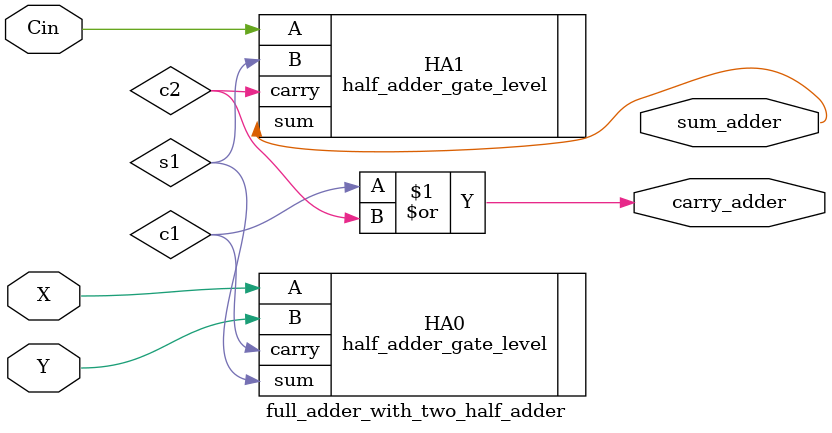
<source format=v>
module full_adder_with_two_half_adder(X,Y,Cin,sum_adder,carry_adder);
input X,Y,Cin;
output sum_adder,carry_adder;
wire c1,c2,s1;
half_adder_gate_level HA0(
.A(X),
.B(Y),
.sum(s1),
.carry(c1));
half_adder_gate_level HA1(
.A(Cin),
.B(s1),
.sum(sum_adder),
.carry(c2));

assign carry_adder=c1|c2;
endmodule
</source>
